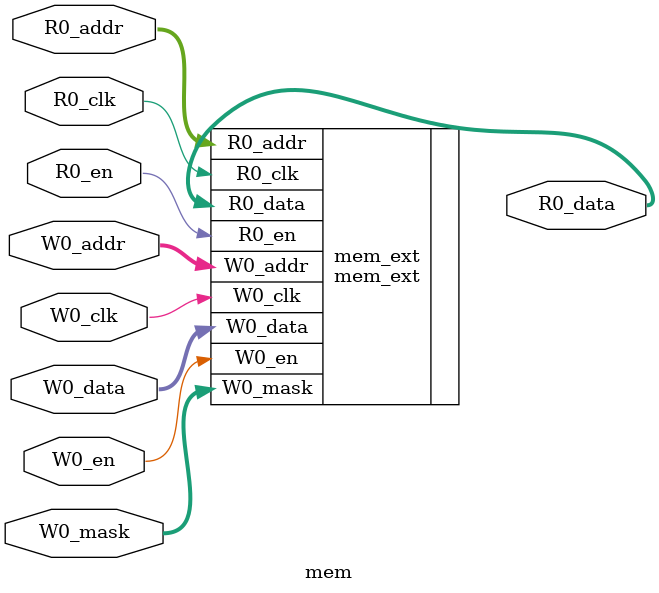
<source format=sv>
`ifndef RANDOMIZE
  `ifdef RANDOMIZE_REG_INIT
    `define RANDOMIZE
  `endif // RANDOMIZE_REG_INIT
`endif // not def RANDOMIZE
`ifndef RANDOMIZE
  `ifdef RANDOMIZE_MEM_INIT
    `define RANDOMIZE
  `endif // RANDOMIZE_MEM_INIT
`endif // not def RANDOMIZE

`ifndef RANDOM
  `define RANDOM $random
`endif // not def RANDOM

// Users can define 'PRINTF_COND' to add an extra gate to prints.
`ifndef PRINTF_COND_
  `ifdef PRINTF_COND
    `define PRINTF_COND_ (`PRINTF_COND)
  `else  // PRINTF_COND
    `define PRINTF_COND_ 1
  `endif // PRINTF_COND
`endif // not def PRINTF_COND_

// Users can define 'ASSERT_VERBOSE_COND' to add an extra gate to assert error printing.
`ifndef ASSERT_VERBOSE_COND_
  `ifdef ASSERT_VERBOSE_COND
    `define ASSERT_VERBOSE_COND_ (`ASSERT_VERBOSE_COND)
  `else  // ASSERT_VERBOSE_COND
    `define ASSERT_VERBOSE_COND_ 1
  `endif // ASSERT_VERBOSE_COND
`endif // not def ASSERT_VERBOSE_COND_

// Users can define 'STOP_COND' to add an extra gate to stop conditions.
`ifndef STOP_COND_
  `ifdef STOP_COND
    `define STOP_COND_ (`STOP_COND)
  `else  // STOP_COND
    `define STOP_COND_ 1
  `endif // STOP_COND
`endif // not def STOP_COND_

// Users can define INIT_RANDOM as general code that gets injected into the
// initializer block for modules with registers.
`ifndef INIT_RANDOM
  `define INIT_RANDOM
`endif // not def INIT_RANDOM

// If using random initialization, you can also define RANDOMIZE_DELAY to
// customize the delay used, otherwise 0.002 is used.
`ifndef RANDOMIZE_DELAY
  `define RANDOMIZE_DELAY 0.002
`endif // not def RANDOMIZE_DELAY

// Define INIT_RANDOM_PROLOG_ for use in our modules below.
`ifndef INIT_RANDOM_PROLOG_
  `ifdef RANDOMIZE
    `ifdef VERILATOR
      `define INIT_RANDOM_PROLOG_ `INIT_RANDOM
    `else  // VERILATOR
      `define INIT_RANDOM_PROLOG_ `INIT_RANDOM #`RANDOMIZE_DELAY begin end
    `endif // VERILATOR
  `else  // RANDOMIZE
    `define INIT_RANDOM_PROLOG_
  `endif // RANDOMIZE
`endif // not def INIT_RANDOM_PROLOG_

module mem(	// @[DescribedSRAM.scala:17:26]
  input  [25:0] R0_addr,
  input         R0_en,
                R0_clk,
  input  [25:0] W0_addr,
  input         W0_en,
                W0_clk,
  input  [63:0] W0_data,
  input  [7:0]  W0_mask,
  output [63:0] R0_data
);

  mem_ext mem_ext (	// @[DescribedSRAM.scala:17:26]
    .R0_addr (R0_addr),
    .R0_en   (R0_en),
    .R0_clk  (R0_clk),
    .W0_addr (W0_addr),
    .W0_en   (W0_en),
    .W0_clk  (W0_clk),
    .W0_data (W0_data),
    .W0_mask (W0_mask),
    .R0_data (R0_data)
  );
endmodule


</source>
